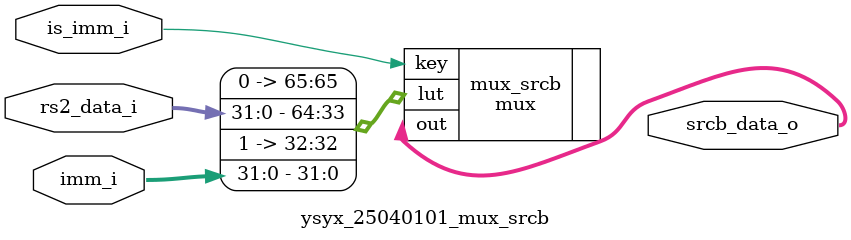
<source format=v>
module ysyx_25040101_mux_srcb(
	// from ctrl_unit
	input wire is_imm_i,
	// from regs
	input wire[31:0] rs2_data_i,
	// from extend
	input wire[31:0] imm_i,
	// to alu
	output wire[31:0] srcb_data_o
);
	mux #(
		.NR_KEY(2),
		.KEY_LEN(1),
		.DATA_LEN(32)
	) mux_srcb (
		.out(srcb_data_o),
		.key(is_imm_i),
		.lut({
			1'b0, rs2_data_i,
			1'b1, imm_i
		})
	);
endmodule

</source>
